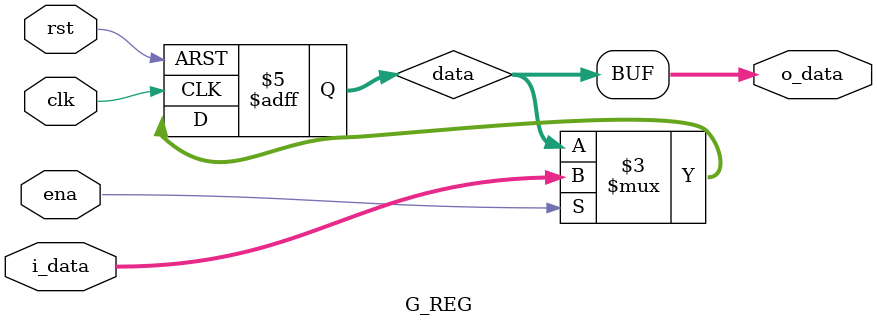
<source format=v>
module G_REG(
    input clk,
    input rst,
    input ena,//useful when pause pipeline
    input [31:0]i_data,

    output [31:0]o_data
);
reg [31:0]data=32'h00400000;
always @(posedge clk or posedge rst)begin
    if(rst)begin
        data<=32'h00400000;
    end else if(ena)begin
        data<=i_data;
    end
end

assign o_data=data;

endmodule // g_reg
</source>
